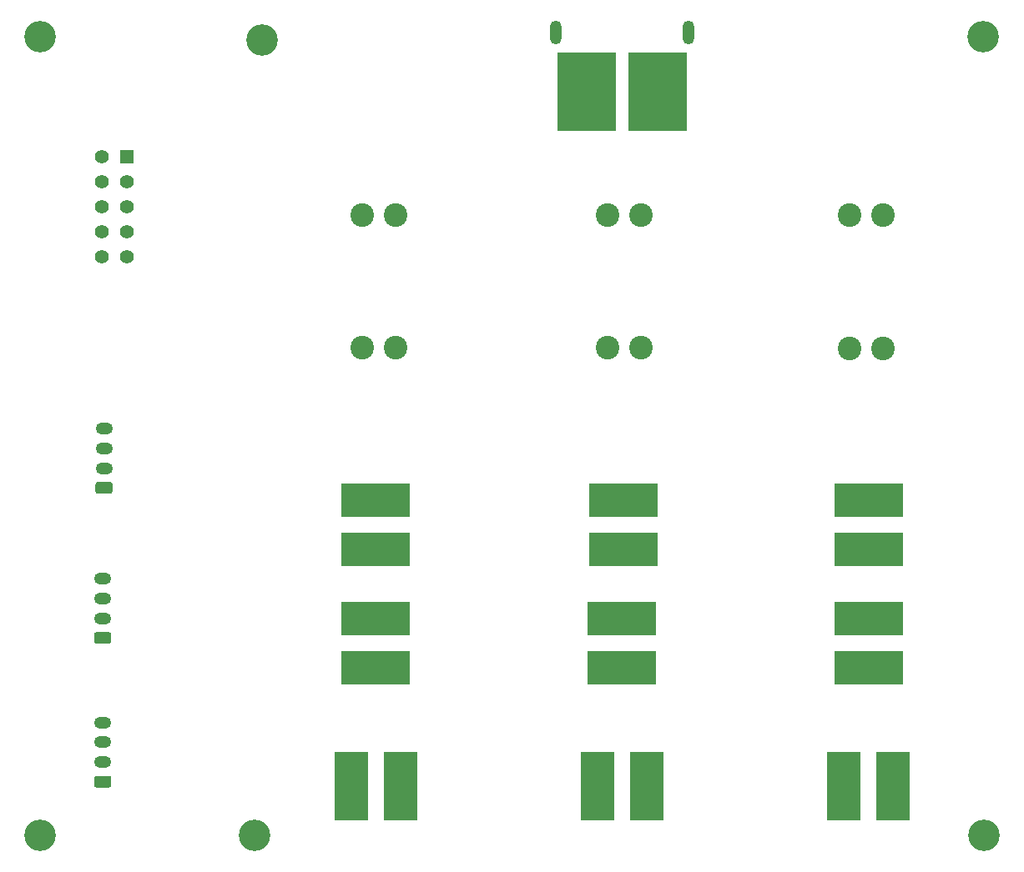
<source format=gbr>
G04 #@! TF.GenerationSoftware,KiCad,Pcbnew,(5.1.10)-1*
G04 #@! TF.CreationDate,2022-04-16T12:49:33+05:30*
G04 #@! TF.ProjectId,New PCB Stack,4e657720-5043-4422-9053-7461636b2e6b,rev?*
G04 #@! TF.SameCoordinates,Original*
G04 #@! TF.FileFunction,Soldermask,Bot*
G04 #@! TF.FilePolarity,Negative*
%FSLAX46Y46*%
G04 Gerber Fmt 4.6, Leading zero omitted, Abs format (unit mm)*
G04 Created by KiCad (PCBNEW (5.1.10)-1) date 2022-04-16 12:49:33*
%MOMM*%
%LPD*%
G01*
G04 APERTURE LIST*
%ADD10C,3.200000*%
%ADD11O,1.200000X2.400000*%
%ADD12R,6.000000X8.000000*%
%ADD13R,3.500000X7.000000*%
%ADD14R,7.000000X3.500000*%
%ADD15C,1.398000*%
%ADD16R,1.398000X1.398000*%
%ADD17O,1.750000X1.200000*%
%ADD18C,2.400000*%
G04 APERTURE END LIST*
D10*
G04 #@! TO.C,H6*
X99250000Y-122000000D03*
G04 #@! TD*
G04 #@! TO.C,H5*
X100000000Y-41250000D03*
G04 #@! TD*
G04 #@! TO.C,H4*
X77470000Y-122047000D03*
G04 #@! TD*
G04 #@! TO.C,H3*
X173228000Y-122047000D03*
G04 #@! TD*
G04 #@! TO.C,H2*
X173101000Y-40894000D03*
G04 #@! TD*
G04 #@! TO.C,H1*
X77470000Y-40894000D03*
G04 #@! TD*
D11*
G04 #@! TO.C,J5*
X143250000Y-40500000D03*
X129750000Y-40500000D03*
D12*
X140100000Y-46500000D03*
X132900000Y-46500000D03*
G04 #@! TD*
D13*
G04 #@! TO.C,J12*
X159000000Y-117000000D03*
X164000000Y-117000000D03*
G04 #@! TD*
G04 #@! TO.C,J9*
X134000000Y-117000000D03*
X139000000Y-117000000D03*
G04 #@! TD*
G04 #@! TO.C,J7*
X109000000Y-117000000D03*
X114000000Y-117000000D03*
G04 #@! TD*
D14*
G04 #@! TO.C,J13*
X161500000Y-105000000D03*
X161500000Y-100000000D03*
G04 #@! TD*
G04 #@! TO.C,J8*
X161500000Y-93000000D03*
X161500000Y-88000000D03*
G04 #@! TD*
G04 #@! TO.C,J10*
X136500000Y-105000000D03*
X136500000Y-100000000D03*
G04 #@! TD*
G04 #@! TO.C,J11*
X136600000Y-93000000D03*
X136600000Y-88000000D03*
G04 #@! TD*
G04 #@! TO.C,J6*
X111500000Y-105000000D03*
X111500000Y-100000000D03*
G04 #@! TD*
G04 #@! TO.C,J4*
X111500000Y-93000000D03*
X111500000Y-88000000D03*
G04 #@! TD*
D15*
G04 #@! TO.C,J18*
X83693000Y-63246000D03*
X83693000Y-60706000D03*
X83693000Y-58166000D03*
X83693000Y-55626000D03*
X83693000Y-53086000D03*
X86233000Y-63246000D03*
X86233000Y-60706000D03*
X86233000Y-58166000D03*
X86233000Y-55626000D03*
D16*
X86233000Y-53086000D03*
G04 #@! TD*
D17*
G04 #@! TO.C,J17*
X83820000Y-95981000D03*
X83820000Y-97981000D03*
X83820000Y-99981000D03*
G36*
G01*
X84445001Y-102581000D02*
X83194999Y-102581000D01*
G75*
G02*
X82945000Y-102331001I0J249999D01*
G01*
X82945000Y-101630999D01*
G75*
G02*
X83194999Y-101381000I249999J0D01*
G01*
X84445001Y-101381000D01*
G75*
G02*
X84695000Y-101630999I0J-249999D01*
G01*
X84695000Y-102331001D01*
G75*
G02*
X84445001Y-102581000I-249999J0D01*
G01*
G37*
G04 #@! TD*
G04 #@! TO.C,J16*
X83820000Y-110586000D03*
X83820000Y-112586000D03*
X83820000Y-114586000D03*
G36*
G01*
X84445001Y-117186000D02*
X83194999Y-117186000D01*
G75*
G02*
X82945000Y-116936001I0J249999D01*
G01*
X82945000Y-116235999D01*
G75*
G02*
X83194999Y-115986000I249999J0D01*
G01*
X84445001Y-115986000D01*
G75*
G02*
X84695000Y-116235999I0J-249999D01*
G01*
X84695000Y-116936001D01*
G75*
G02*
X84445001Y-117186000I-249999J0D01*
G01*
G37*
G04 #@! TD*
G04 #@! TO.C,J15*
X83947000Y-80741000D03*
X83947000Y-82741000D03*
X83947000Y-84741000D03*
G36*
G01*
X84572001Y-87341000D02*
X83321999Y-87341000D01*
G75*
G02*
X83072000Y-87091001I0J249999D01*
G01*
X83072000Y-86390999D01*
G75*
G02*
X83321999Y-86141000I249999J0D01*
G01*
X84572001Y-86141000D01*
G75*
G02*
X84822000Y-86390999I0J-249999D01*
G01*
X84822000Y-87091001D01*
G75*
G02*
X84572001Y-87341000I-249999J0D01*
G01*
G37*
G04 #@! TD*
D18*
G04 #@! TO.C,J3*
X159600000Y-59080000D03*
X163000000Y-59080000D03*
X163000000Y-72550000D03*
X159600000Y-72550000D03*
G04 #@! TD*
G04 #@! TO.C,J2*
X135000000Y-59030000D03*
X138400000Y-59030000D03*
X138400000Y-72500000D03*
X135000000Y-72500000D03*
G04 #@! TD*
G04 #@! TO.C,J1*
X110100000Y-59030000D03*
X113500000Y-59030000D03*
X113500000Y-72500000D03*
X110100000Y-72500000D03*
G04 #@! TD*
M02*

</source>
